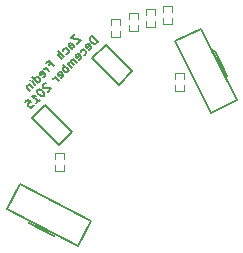
<source format=gbo>
G04 (created by PCBNEW (2013-jul-07)-stable) date Tue 08 Dec 2015 07:46:21 AM CST*
%MOIN*%
G04 Gerber Fmt 3.4, Leading zero omitted, Abs format*
%FSLAX34Y34*%
G01*
G70*
G90*
G04 APERTURE LIST*
%ADD10C,0.00590551*%
%ADD11C,0.00511811*%
%ADD12C,0.0028*%
G04 APERTURE END LIST*
G54D10*
G54D11*
X68548Y-11554D02*
X68418Y-11684D01*
X68742Y-11749D01*
X68613Y-11879D01*
X68455Y-12037D02*
X68353Y-11935D01*
X68343Y-11907D01*
X68353Y-11879D01*
X68390Y-11842D01*
X68418Y-11832D01*
X68445Y-12027D02*
X68473Y-12018D01*
X68520Y-11972D01*
X68529Y-11944D01*
X68520Y-11916D01*
X68501Y-11897D01*
X68473Y-11888D01*
X68445Y-11897D01*
X68399Y-11944D01*
X68371Y-11953D01*
X68269Y-12204D02*
X68297Y-12194D01*
X68334Y-12157D01*
X68343Y-12129D01*
X68343Y-12111D01*
X68334Y-12083D01*
X68278Y-12027D01*
X68251Y-12018D01*
X68232Y-12018D01*
X68204Y-12027D01*
X68167Y-12064D01*
X68158Y-12092D01*
X68195Y-12296D02*
X68000Y-12102D01*
X68111Y-12380D02*
X68009Y-12278D01*
X68000Y-12250D01*
X68009Y-12222D01*
X68037Y-12194D01*
X68065Y-12185D01*
X68084Y-12185D01*
X67703Y-12584D02*
X67768Y-12519D01*
X67870Y-12621D02*
X67675Y-12426D01*
X67582Y-12519D01*
X67703Y-12788D02*
X67573Y-12658D01*
X67610Y-12695D02*
X67582Y-12686D01*
X67564Y-12686D01*
X67536Y-12695D01*
X67518Y-12714D01*
X67499Y-12974D02*
X67527Y-12965D01*
X67564Y-12927D01*
X67573Y-12900D01*
X67564Y-12872D01*
X67490Y-12798D01*
X67462Y-12788D01*
X67434Y-12798D01*
X67397Y-12835D01*
X67388Y-12863D01*
X67397Y-12890D01*
X67415Y-12909D01*
X67527Y-12835D01*
X67332Y-13159D02*
X67137Y-12965D01*
X67323Y-13150D02*
X67350Y-13141D01*
X67388Y-13104D01*
X67397Y-13076D01*
X67397Y-13057D01*
X67388Y-13030D01*
X67332Y-12974D01*
X67304Y-12965D01*
X67286Y-12965D01*
X67258Y-12974D01*
X67221Y-13011D01*
X67211Y-13039D01*
X67239Y-13252D02*
X67109Y-13122D01*
X67044Y-13057D02*
X67063Y-13057D01*
X67063Y-13076D01*
X67044Y-13076D01*
X67044Y-13057D01*
X67063Y-13076D01*
X67016Y-13215D02*
X67146Y-13345D01*
X67035Y-13234D02*
X67016Y-13234D01*
X66989Y-13243D01*
X66961Y-13271D01*
X66951Y-13299D01*
X66961Y-13327D01*
X67063Y-13429D01*
X69311Y-11798D02*
X69116Y-11603D01*
X69070Y-11650D01*
X69051Y-11687D01*
X69051Y-11724D01*
X69061Y-11752D01*
X69089Y-11798D01*
X69116Y-11826D01*
X69163Y-11854D01*
X69191Y-11863D01*
X69228Y-11863D01*
X69265Y-11845D01*
X69311Y-11798D01*
X69033Y-12058D02*
X69061Y-12049D01*
X69098Y-12012D01*
X69107Y-11984D01*
X69098Y-11956D01*
X69024Y-11882D01*
X68996Y-11872D01*
X68968Y-11882D01*
X68931Y-11919D01*
X68922Y-11947D01*
X68931Y-11974D01*
X68949Y-11993D01*
X69061Y-11919D01*
X68857Y-12234D02*
X68884Y-12225D01*
X68922Y-12188D01*
X68931Y-12160D01*
X68931Y-12142D01*
X68922Y-12114D01*
X68866Y-12058D01*
X68838Y-12049D01*
X68819Y-12049D01*
X68792Y-12058D01*
X68754Y-12095D01*
X68745Y-12123D01*
X68699Y-12392D02*
X68727Y-12383D01*
X68764Y-12346D01*
X68773Y-12318D01*
X68764Y-12290D01*
X68690Y-12216D01*
X68662Y-12206D01*
X68634Y-12216D01*
X68597Y-12253D01*
X68587Y-12281D01*
X68597Y-12309D01*
X68615Y-12327D01*
X68727Y-12253D01*
X68615Y-12494D02*
X68485Y-12364D01*
X68504Y-12383D02*
X68485Y-12383D01*
X68458Y-12392D01*
X68430Y-12420D01*
X68420Y-12448D01*
X68430Y-12476D01*
X68532Y-12578D01*
X68430Y-12476D02*
X68402Y-12466D01*
X68374Y-12476D01*
X68346Y-12503D01*
X68337Y-12531D01*
X68346Y-12559D01*
X68448Y-12661D01*
X68355Y-12754D02*
X68161Y-12559D01*
X68235Y-12633D02*
X68207Y-12643D01*
X68170Y-12680D01*
X68161Y-12708D01*
X68161Y-12726D01*
X68170Y-12754D01*
X68226Y-12810D01*
X68253Y-12819D01*
X68272Y-12819D01*
X68300Y-12810D01*
X68337Y-12773D01*
X68346Y-12745D01*
X68096Y-12995D02*
X68123Y-12986D01*
X68161Y-12949D01*
X68170Y-12921D01*
X68161Y-12893D01*
X68086Y-12819D01*
X68059Y-12810D01*
X68031Y-12819D01*
X67994Y-12856D01*
X67984Y-12884D01*
X67994Y-12912D01*
X68012Y-12930D01*
X68123Y-12856D01*
X68012Y-13097D02*
X67882Y-12967D01*
X67919Y-13005D02*
X67891Y-12995D01*
X67873Y-12995D01*
X67845Y-13005D01*
X67827Y-13023D01*
X67576Y-13181D02*
X67557Y-13181D01*
X67530Y-13190D01*
X67483Y-13236D01*
X67474Y-13264D01*
X67474Y-13283D01*
X67483Y-13311D01*
X67502Y-13329D01*
X67539Y-13348D01*
X67762Y-13348D01*
X67641Y-13468D01*
X67325Y-13394D02*
X67307Y-13413D01*
X67298Y-13441D01*
X67298Y-13459D01*
X67307Y-13487D01*
X67335Y-13533D01*
X67381Y-13580D01*
X67428Y-13608D01*
X67455Y-13617D01*
X67474Y-13617D01*
X67502Y-13608D01*
X67520Y-13589D01*
X67530Y-13561D01*
X67530Y-13543D01*
X67520Y-13515D01*
X67492Y-13468D01*
X67446Y-13422D01*
X67400Y-13394D01*
X67372Y-13385D01*
X67353Y-13385D01*
X67325Y-13394D01*
X67270Y-13840D02*
X67381Y-13728D01*
X67325Y-13784D02*
X67131Y-13589D01*
X67177Y-13598D01*
X67214Y-13598D01*
X67242Y-13589D01*
X66899Y-13821D02*
X66991Y-13728D01*
X67093Y-13812D01*
X67075Y-13812D01*
X67047Y-13821D01*
X67001Y-13868D01*
X66991Y-13895D01*
X66991Y-13914D01*
X67001Y-13942D01*
X67047Y-13988D01*
X67075Y-13997D01*
X67093Y-13997D01*
X67121Y-13988D01*
X67168Y-13942D01*
X67177Y-13914D01*
X67177Y-13895D01*
G54D12*
X72197Y-13249D02*
X72197Y-13449D01*
X72197Y-13449D02*
X71897Y-13449D01*
X71897Y-13449D02*
X71897Y-13249D01*
X72197Y-13049D02*
X72197Y-12849D01*
X72197Y-12849D02*
X71897Y-12849D01*
X71897Y-12849D02*
X71897Y-13049D01*
X68201Y-15907D02*
X68201Y-16107D01*
X68201Y-16107D02*
X67901Y-16107D01*
X67901Y-16107D02*
X67901Y-15907D01*
X68201Y-15707D02*
X68201Y-15507D01*
X68201Y-15507D02*
X67901Y-15507D01*
X67901Y-15507D02*
X67901Y-15707D01*
G54D10*
X73139Y-12135D02*
X73210Y-12099D01*
X73210Y-12099D02*
X73632Y-12945D01*
X73632Y-12945D02*
X73561Y-12980D01*
X72753Y-11359D02*
X73948Y-13755D01*
X73948Y-13755D02*
X73102Y-14177D01*
X73102Y-14177D02*
X71907Y-11781D01*
X71907Y-11781D02*
X72753Y-11359D01*
X67887Y-18208D02*
X67850Y-18278D01*
X67850Y-18278D02*
X67012Y-17842D01*
X67012Y-17842D02*
X67048Y-17772D01*
X68655Y-18608D02*
X66280Y-17372D01*
X66280Y-17372D02*
X66717Y-16534D01*
X66717Y-16534D02*
X69091Y-17770D01*
X69091Y-17770D02*
X68655Y-18608D01*
X68017Y-15235D02*
X67127Y-14344D01*
X67127Y-14344D02*
X67572Y-13898D01*
X67572Y-13898D02*
X68463Y-14789D01*
X68463Y-14789D02*
X68017Y-15235D01*
X70025Y-13227D02*
X69135Y-12336D01*
X69135Y-12336D02*
X69580Y-11890D01*
X69580Y-11890D02*
X70471Y-12781D01*
X70471Y-12781D02*
X70025Y-13227D01*
G54D12*
X71503Y-10805D02*
X71503Y-10605D01*
X71503Y-10605D02*
X71803Y-10605D01*
X71803Y-10605D02*
X71803Y-10805D01*
X71503Y-11005D02*
X71503Y-11205D01*
X71503Y-11205D02*
X71803Y-11205D01*
X71803Y-11205D02*
X71803Y-11005D01*
X70932Y-10903D02*
X70932Y-10703D01*
X70932Y-10703D02*
X71232Y-10703D01*
X71232Y-10703D02*
X71232Y-10903D01*
X70932Y-11103D02*
X70932Y-11303D01*
X70932Y-11303D02*
X71232Y-11303D01*
X71232Y-11303D02*
X71232Y-11103D01*
X70342Y-11041D02*
X70342Y-10841D01*
X70342Y-10841D02*
X70642Y-10841D01*
X70642Y-10841D02*
X70642Y-11041D01*
X70342Y-11241D02*
X70342Y-11441D01*
X70342Y-11441D02*
X70642Y-11441D01*
X70642Y-11441D02*
X70642Y-11241D01*
X69771Y-11238D02*
X69771Y-11038D01*
X69771Y-11038D02*
X70071Y-11038D01*
X70071Y-11038D02*
X70071Y-11238D01*
X69771Y-11438D02*
X69771Y-11638D01*
X69771Y-11638D02*
X70071Y-11638D01*
X70071Y-11638D02*
X70071Y-11438D01*
M02*

</source>
